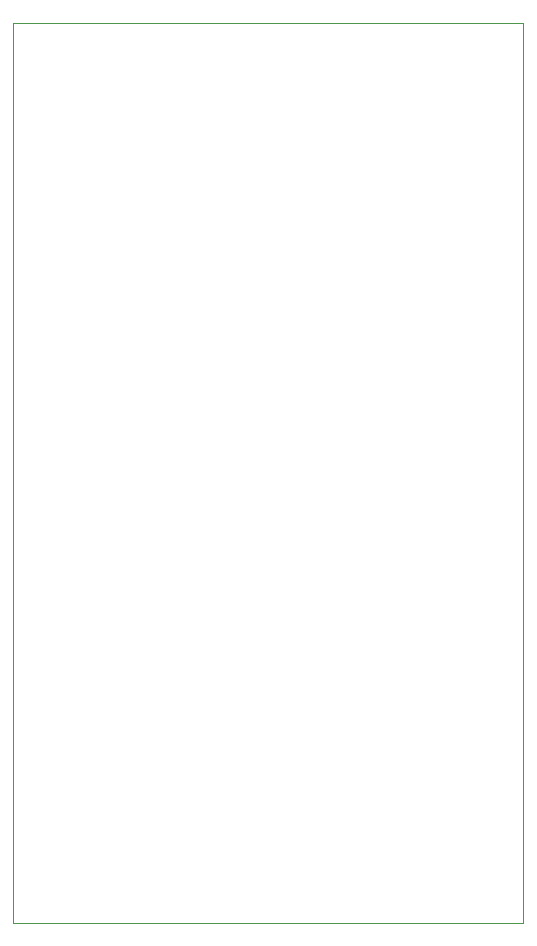
<source format=gbr>
%TF.GenerationSoftware,KiCad,Pcbnew,(6.0.7)*%
%TF.CreationDate,2023-08-01T01:27:09+09:00*%
%TF.ProjectId,graduate-project,67726164-7561-4746-952d-70726f6a6563,rev?*%
%TF.SameCoordinates,Original*%
%TF.FileFunction,Profile,NP*%
%FSLAX46Y46*%
G04 Gerber Fmt 4.6, Leading zero omitted, Abs format (unit mm)*
G04 Created by KiCad (PCBNEW (6.0.7)) date 2023-08-01 01:27:09*
%MOMM*%
%LPD*%
G01*
G04 APERTURE LIST*
%TA.AperFunction,Profile*%
%ADD10C,0.100000*%
%TD*%
G04 APERTURE END LIST*
D10*
X50800000Y-38100000D02*
X93980000Y-38100000D01*
X93980000Y-38100000D02*
X93980000Y-114300000D01*
X93980000Y-114300000D02*
X50800000Y-114300000D01*
X50800000Y-114300000D02*
X50800000Y-38100000D01*
M02*

</source>
